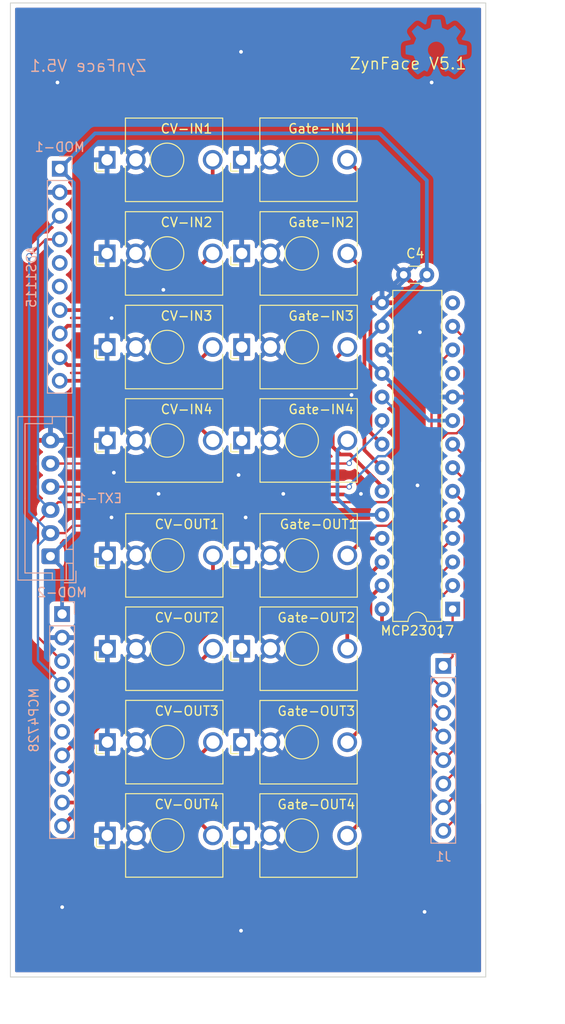
<source format=kicad_pcb>
(kicad_pcb (version 20211014) (generator pcbnew)
  (layers (0 "F.Cu" signal) (31 "B.Cu" signal) (34 "B.Paste" user) (35 "F.Paste" user) (36 "B.SilkS" user "B.Silkscreen") (37 "F.SilkS" user "F.Silkscreen") (38 "B.Mask" user) (39 "F.Mask" user) (44 "Edge.Cuts" user))
  (net 0 "")
  (net 1 "+5V")
  (net 2 "GND")
  (net 3 "CV-IN1")
  (net 4 "CV-IN2")
  (net 5 "CV-IN3")
  (net 6 "CV-IN4")
  (net 7 "CV-OUT1")
  (net 8 "CV-OUT2")
  (net 9 "CV-OUT3")
  (net 10 "CV-OUT4")
  (net 11 "SDA")
  (net 12 "SCL")
  (net 13 "INTB")
  (net 14 "INTA")
  (net 15 "Gate-IN1")
  (net 16 "Gate-IN2")
  (net 17 "Gate-IN3")
  (net 18 "Gate-IN4")
  (net 19 "Gate-OUT1")
  (net 20 "Gate-OUT2")
  (net 21 "Gate-OUT3")
  (net 22 "Gate-OUT4")
  (net 23 "GPB0")
  (net 24 "GPB1")
  (net 25 "GPB2")
  (net 26 "GPB3")
  (net 27 "GPB4")
  (net 28 "GPB5")
  (net 29 "GPB6")
  (net 30 "GPB7")
  (footprint "footprints:Jack_3.5mm_QingPu_WQP-PJ398SM_Vertical_CircularHoles" (layer "F.Cu") (at 139.498 54.558 90)
    (fp_text reference "Gate-IN1")
    (fp_text value "AudioJack2_SwitchT")
  )
  (footprint "footprints:Zynthian Logo Mask" (layer "F.Cu") (at 154.94 41.148)
    (fp_text reference "G***" hide)
    (fp_text value "LOGO" hide)
  )
  (footprint "footprints:Jack_3.5mm_QingPu_WQP-PJ398SM_Vertical_CircularHoles" (layer "F.Cu") (at 124.998 84.818 90)
    (fp_text reference "CV-IN4")
    (fp_text value "AudioJack2_SwitchT")
  )
  (footprint "footprints:Jack_3.5mm_QingPu_WQP-PJ398SM_Vertical_CircularHoles" (layer "F.Cu") (at 124.988 64.658 90)
    (fp_text reference "CV-IN2")
    (fp_text value "AudioJack2_SwitchT")
  )
  (footprint "Package_DIP:DIP-28_W7.62mm" (layer "F.Cu") (at 162.286 102.998 180)
    (fp_text reference "MCP23017")
    (fp_text value "MCP23017")
  )
  (footprint "footprints:Jack_3.5mm_QingPu_WQP-PJ398SM_Vertical_CircularHoles" (layer "F.Cu") (at 125.008 127.398 90)
    (fp_text reference "CV-OUT4")
    (fp_text value "AudioJack2_SwitchT")
  )
  (footprint "footprints:Jack_3.5mm_QingPu_WQP-PJ398SM_Vertical_CircularHoles" (layer "F.Cu") (at 139.518 64.658 90)
    (fp_text reference "Gate-IN2")
    (fp_text value "AudioJack2_SwitchT")
  )
  (footprint "footprints:Jack_3.5mm_QingPu_WQP-PJ398SM_Vertical_CircularHoles" (layer "F.Cu") (at 139.518 97.208 90)
    (fp_text reference "Gate-OUT1")
    (fp_text value "AudioJack2_SwitchT")
  )
  (footprint "Symbol:OSHW-Symbol_6.7x6mm_Copper" (layer "F.Cu") (at 119.634 42.418)
    (fp_text reference "REF**" hide)
    (fp_text value "OSHW-Symbol_6.7x6mm_Copper" hide)
  )
  (footprint "Capacitor_THT:C_Disc_D3.0mm_W1.6mm_P2.50mm" (layer "F.Cu") (at 159.502 66.956 180)
    (fp_text reference "C4")
    (fp_text value "100n")
  )
  (footprint "footprints:Jack_3.5mm_QingPu_WQP-PJ398SM_Vertical_CircularHoles" (layer "F.Cu") (at 139.518 107.268 90)
    (fp_text reference "Gate-OUT2")
    (fp_text value "AudioJack2_SwitchT")
  )
  (footprint "footprints:Jack_3.5mm_QingPu_WQP-PJ398SM_Vertical_CircularHoles" (layer "F.Cu") (at 125.018 117.338 90)
    (fp_text reference "CV-OUT3")
    (fp_text value "AudioJack2_SwitchT")
  )
  (footprint "footprints:Jack_3.5mm_QingPu_WQP-PJ398SM_Vertical_CircularHoles" (layer "F.Cu") (at 125.018 107.268 90)
    (fp_text reference "CV-OUT2")
    (fp_text value "AudioJack2_SwitchT")
  )
  (footprint "footprints:Jack_3.5mm_QingPu_WQP-PJ398SM_Vertical_CircularHoles" (layer "F.Cu") (at 124.988 54.568 90)
    (fp_text reference "CV-IN1")
    (fp_text value "AudioJack2_SwitchT")
  )
  (footprint "footprints:Jack_3.5mm_QingPu_WQP-PJ398SM_Vertical_CircularHoles" (layer "F.Cu") (at 139.518 74.748 90)
    (fp_text reference "Gate-IN3")
    (fp_text value "AudioJack2_SwitchT")
  )
  (footprint "footprints:Jack_3.5mm_QingPu_WQP-PJ398SM_Vertical_CircularHoles" (layer "F.Cu") (at 124.988 74.748 90)
    (fp_text reference "CV-IN3")
    (fp_text value "AudioJack2_SwitchT")
  )
  (footprint "footprints:Jack_3.5mm_QingPu_WQP-PJ398SM_Vertical_CircularHoles" (layer "F.Cu") (at 125.018 97.208 90)
    (fp_text reference "CV-OUT1")
    (fp_text value "AudioJack2_SwitchT")
  )
  (footprint "footprints:Jack_3.5mm_QingPu_WQP-PJ398SM_Vertical_CircularHoles" (layer "F.Cu") (at 139.508 117.348 90)
    (fp_text reference "Gate-OUT3")
    (fp_text value "AudioJack2_SwitchT")
  )
  (footprint "footprints:Jack_3.5mm_QingPu_WQP-PJ398SM_Vertical_CircularHoles" (layer "F.Cu") (at 139.498 127.408 90)
    (fp_text reference "Gate-OUT4")
    (fp_text value "AudioJack2_SwitchT")
  )
  (footprint "footprints:Jack_3.5mm_QingPu_WQP-PJ398SM_Vertical_CircularHoles" (layer "F.Cu") (at 139.518 84.818 90)
    (fp_text reference "Gate-IN4")
    (fp_text value "AudioJack2_SwitchT")
  )
  (footprint "Connector_JST:JST_XH_B6B-XH-A_1x06_P2.50mm_Vertical" (layer "B.Cu") (at 118.879 97.308 90)
    (fp_text reference "EXT-1")
    (fp_text value "Conn_01x06_Male")
  )
  (footprint "Connector_PinHeader_2.54mm:PinHeader_1x10_P2.54mm_Vertical" (layer "B.Cu") (at 119.878 55.526 180)
    (fp_text reference "MOD-1")
    (fp_text value "ADS1115")
  )
  (footprint "Connector_PinHeader_2.54mm:PinHeader_1x10_P2.54mm_Vertical" (layer "B.Cu") (at 120.132 103.532 180)
    (fp_text reference "MOD-2")
    (fp_text value "MCP4728")
  )
  (footprint "Symbol:OSHW-Symbol_6.7x6mm_Copper" (layer "B.Cu") (at 160.528 42.418 180)
    (fp_text reference "REF**" hide)
    (fp_text value "OSHW-Symbol_6.7x6mm_Copper" hide)
  )
  (footprint "Connector_PinHeader_2.54mm:PinHeader_1x08_P2.54mm_Vertical" (layer "B.Cu") (at 161.28 109.12 180)
    (fp_text reference "J1")
    (fp_text value "Conn_01x08")
  )
  (footprint "footprints:Zynthian Logo Mask" (layer "B.Cu") (at 125.476 41.148 180)
    (fp_text reference "G***" hide)
    (fp_text value "LOGO" hide)
  )
  (gr_line (start 114.554 142.658) (end 114.554 37.658) (layer "Edge.Cuts") (width 0.1))
  (gr_line (start 114.554 37.658) (end 165.862 37.658) (layer "Edge.Cuts") (width 0.1))
  (gr_line (start 114.554 142.658) (end 165.862 142.658) (layer "Edge.Cuts") (width 0.1))
  (gr_line (start 165.862 142.658) (end 165.862 37.658) (layer "Edge.Cuts") (width 0.1))
  (gr_text "ZynFace V5.1" (at 122.936 44.45) (layer "B.SilkS") (effects (font (size 1.25 1.25)) (justify mirror)))
  (gr_text "ZynFace V5.1" (at 157.48 44.196) (layer "F.SilkS") (effects (font (size 1.25 1.25))))
  (segment (start 159.502 56.796) (end 159.502 66.956) (width 0.4) (layer "B.Cu") (net 1))
  (segment (start 121.402 94.785) (end 121.402 57.05) (width 0.4) (layer "B.Cu") (net 1))
  (segment (start 153.152 76.084) (end 153.152 74.032) (width 0.4) (layer "B.Cu") (net 1))
  (segment (start 119.878 55.526) (end 123.688 51.716) (width 0.4) (layer "B.Cu") (net 1))
  (segment (start 121.402 57.05) (end 119.878 55.526) (width 0.4) (layer "B.Cu") (net 1))
  (segment (start 118.879 97.308) (end 121.402 94.785) (width 0.4) (layer "B.Cu") (net 1))
  (segment (start 154.666 77.598) (end 153.152 76.084) (width 0.4) (layer "B.Cu") (net 1))
  (segment (start 123.688 51.716) (end 154.422 51.716) (width 0.4) (layer "B.Cu") (net 1))
  (segment (start 162.286 82.678) (end 159.746 82.678) (width 0.4) (layer "B.Cu") (net 1))
  (segment (start 154.422 51.716) (end 159.502 56.796) (width 0.4) (layer "B.Cu") (net 1))
  (segment (start 154.666 71.792) (end 154.666 72.518) (width 0.4) (layer "B.Cu") (net 1))
  (segment (start 118.879 97.308) (end 120.132 98.561) (width 0.4) (layer "B.Cu") (net 1))
  (segment (start 153.152 74.032) (end 154.666 72.518) (width 0.4) (layer "B.Cu") (net 1))
  (segment (start 159.746 82.678) (end 154.666 77.598) (width 0.4) (layer "B.Cu") (net 1))
  (segment (start 159.502 66.956) (end 154.666 71.792) (width 0.4) (layer "B.Cu") (net 1))
  (segment (start 120.132 98.561) (end 120.132 103.532) (width 0.4) (layer "B.Cu") (net 1))
  (via (at 158.496 89.662) (size 0.6) (drill 0.4) (layers "F.Cu" "B.Cu") (net 2))
  (via (at 158.75 73.152) (size 0.6) (drill 0.4) (layers "F.Cu" "B.Cu") (net 2))
  (via (at 125.466 93.118) (size 0.6) (drill 0.4) (layers "F.Cu" "B.Cu") (net 2))
  (via (at 130.546 90.578) (size 0.6) (drill 0.4) (layers "F.Cu" "B.Cu") (net 2))
  (via (at 139.446 137.668) (size 0.6) (drill 0.4) (layers "F.Cu" "B.Cu") (net 2))
  (via (at 119.634 46.228) (size 0.6) (drill 0.4) (layers "F.Cu" "B.Cu") (net 2))
  (via (at 159.258 135.636) (size 0.6) (drill 0.4) (layers "F.Cu" "B.Cu") (net 2))
  (via (at 160.02 46.228) (size 0.6) (drill 0.4) (layers "F.Cu" "B.Cu") (net 2))
  (via (at 131.064 68.58) (size 0.6) (drill 0.4) (layers "F.Cu" "B.Cu") (net 2))
  (via (at 152.39 90.578) (size 0.6) (drill 0.4) (layers "F.Cu" "B.Cu") (net 2))
  (via (at 120.142 135.128) (size 0.6) (drill 0.4) (layers "F.Cu" "B.Cu") (net 2))
  (via (at 139.182 88.546) (size 0.6) (drill 0.4) (layers "F.Cu" "B.Cu") (net 2))
  (via (at 139.446 42.926) (size 0.6) (drill 0.4) (layers "F.Cu" "B.Cu") (net 2))
  (via (at 144.008 90.578) (size 0.6) (drill 0.4) (layers "F.Cu" "B.Cu") (net 2))
  (via (at 151.374 79.91) (size 0.6) (drill 0.4) (layers "F.Cu" "B.Cu") (net 2))
  (via (at 161.036 105.918) (size 0.6) (drill 0.4) (layers "F.Cu" "B.Cu") (net 2))
  (via (at 125.476 71.628) (size 0.6) (drill 0.4) (layers "F.Cu" "B.Cu") (net 2))
  (via (at 139.944 93.118) (size 0.6) (drill 0.4) (layers "F.Cu" "B.Cu") (net 2))
  (via (at 125.72 88.292) (size 0.6) (drill 0.4) (layers "F.Cu" "B.Cu") (net 2))
  (segment (start 157.002 67.642) (end 154.666 69.978) (width 0.4) (layer "B.Cu") (net 2))
  (segment (start 159.746 80.138) (end 154.666 75.058) (width 0.4) (layer "B.Cu") (net 2))
  (segment (start 162.286 80.138) (end 159.746 80.138) (width 0.4) (layer "B.Cu") (net 2))
  (segment (start 157.002 66.956) (end 157.002 67.642) (width 0.4) (layer "B.Cu") (net 2))
  (segment (start 127.771319 70.766) (end 136.388 62.149319) (width 0.4) (layer "F.Cu") (net 3))
  (segment (start 136.388 62.149319) (end 136.388 54.568) (width 0.4) (layer "F.Cu") (net 3))
  (segment (start 119.878 70.766) (end 127.771319 70.766) (width 0.4) (layer "F.Cu") (net 3))
  (segment (start 120.728 72.456) (end 128.59 72.456) (width 0.4) (layer "F.Cu") (net 4))
  (segment (start 128.59 72.456) (end 136.388 64.658) (width 0.4) (layer "F.Cu") (net 4))
  (segment (start 119.878 73.306) (end 120.728 72.456) (width 0.4) (layer "F.Cu") (net 4))
  (segment (start 120.728 76.696) (end 134.44 76.696) (width 0.4) (layer "F.Cu") (net 5))
  (segment (start 119.878 75.846) (end 120.728 76.696) (width 0.4) (layer "F.Cu") (net 5))
  (segment (start 134.44 76.696) (end 136.388 74.748) (width 0.4) (layer "F.Cu") (net 5))
  (segment (start 129.966 78.386) (end 136.398 84.818) (width 0.4) (layer "F.Cu") (net 6))
  (segment (start 119.878 78.386) (end 129.966 78.386) (width 0.4) (layer "F.Cu") (net 6))
  (segment (start 132.471308 108.972692) (end 136.418 105.026) (width 0.4) (layer "F.Cu") (net 7))
  (segment (start 120.132 118.772) (end 129.931308 108.972692) (width 0.4) (layer "F.Cu") (net 7))
  (segment (start 136.418 105.026) (end 136.418 97.208) (width 0.4) (layer "F.Cu") (net 7))
  (segment (start 129.931308 108.972692) (end 132.471308 108.972692) (width 0.4) (layer "F.Cu") (net 7))
  (segment (start 134.058 109.628) (end 136.418 107.268) (width 0.4) (layer "F.Cu") (net 8))
  (segment (start 130.195238 109.628) (end 134.058 109.628) (width 0.4) (layer "F.Cu") (net 8))
  (segment (start 120.132 121.312) (end 123.434 118.01) (width 0.4) (layer "F.Cu") (net 8))
  (segment (start 123.434 118.01) (end 123.434 116.389238) (width 0.4) (layer "F.Cu") (net 8))
  (segment (start 123.434 116.389238) (end 130.195238 109.628) (width 0.4) (layer "F.Cu") (net 8))
  (segment (start 120.132 123.852) (end 129.904 123.852) (width 0.4) (layer "F.Cu") (net 9))
  (segment (start 129.904 123.852) (end 136.418 117.338) (width 0.4) (layer "F.Cu") (net 9))
  (segment (start 122.022 124.502) (end 133.512 124.502) (width 0.4) (layer "F.Cu") (net 10))
  (segment (start 133.512 124.502) (end 136.408 127.398) (width 0.4) (layer "F.Cu") (net 10))
  (segment (start 120.132 126.392) (end 122.022 124.502) (width 0.4) (layer "F.Cu") (net 10))
  (segment (start 120.474 94.808) (end 118.879 94.808) (width 0.25) (layer "F.Cu") (net 11))
  (segment (start 162.735 84.043) (end 161.719 84.043) (width 0.25) (layer "F.Cu") (net 11))
  (segment (start 163.566 83.212) (end 162.735 84.043) (width 0.25) (layer "F.Cu") (net 11))
  (segment (start 118.354 63.146) (end 119.878 63.146) (width 0.25) (layer "F.Cu") (net 11))
  (segment (start 121.269 94.013) (end 120.474 94.808) (width 0.25) (layer "F.Cu") (net 11))
  (segment (start 155.305 94.013) (end 121.269 94.013) (width 0.25) (layer "F.Cu") (net 11))
  (segment (start 161.719 84.043) (end 160.51 85.252) (width 0.25) (layer "F.Cu") (net 11))
  (segment (start 116.576 64.924) (end 118.354 63.146) (width 0.25) (layer "F.Cu") (net 11))
  (segment (start 163.566 73.798) (end 163.566 83.212) (width 0.25) (layer "F.Cu") (net 11))
  (segment (start 162.286 72.518) (end 163.566 73.798) (width 0.25) (layer "F.Cu") (net 11))
  (segment (start 160.51 85.252) (end 160.51 88.808) (width 0.25) (layer "F.Cu") (net 11))
  (segment (start 160.51 88.808) (end 155.305 94.013) (width 0.25) (layer "F.Cu") (net 11))
  (via (at 116.576 64.924) (size 0.6) (drill 0.4) (layers "F.Cu" "B.Cu") (net 11))
  (segment (start 117.529 96.158) (end 117.529 108.549) (width 0.25) (layer "B.Cu") (net 11))
  (segment (start 118.879 94.808) (end 116.576 92.505) (width 0.25) (layer "B.Cu") (net 11))
  (segment (start 118.879 94.808) (end 117.529 96.158) (width 0.25) (layer "B.Cu") (net 11))
  (segment (start 116.576 92.505) (end 116.576 64.924) (width 0.25) (layer "B.Cu") (net 11))
  (segment (start 117.529 108.549) (end 120.132 111.152) (width 0.25) (layer "B.Cu") (net 11))
  (segment (start 118.879 92.308) (end 117.529 93.658) (width 0.25) (layer "F.Cu") (net 12))
  (segment (start 119.714 91.473) (end 155.305 91.473) (width 0.25) (layer "F.Cu") (net 12))
  (segment (start 155.305 91.473) (end 160.01 86.768) (width 0.25) (layer "F.Cu") (net 12))
  (segment (start 118.879 92.308) (end 119.714 91.473) (width 0.25) (layer "F.Cu") (net 12))
  (segment (start 117.529 93.658) (end 117.529 106.009) (width 0.25) (layer "F.Cu") (net 12))
  (segment (start 160.01 77.334) (end 162.286 75.058) (width 0.25) (layer "F.Cu") (net 12))
  (segment (start 117.529 106.009) (end 120.132 108.612) (width 0.25) (layer "F.Cu") (net 12))
  (segment (start 160.01 86.768) (end 160.01 77.334) (width 0.25) (layer "F.Cu") (net 12))
  (segment (start 118.879 92.308) (end 117.529 90.958) (width 0.25) (layer "B.Cu") (net 12))
  (segment (start 117.529 90.958) (end 117.529 62.955) (width 0.25) (layer "B.Cu") (net 12))
  (segment (start 117.529 62.955) (end 119.878 60.606) (width 0.25) (layer "B.Cu") (net 12))
  (segment (start 118.879 89.808) (end 150.954299 89.808) (width 0.25) (layer "F.Cu") (net 13))
  (segment (start 150.954299 89.808) (end 151.112 89.808) (width 0.25) (layer "F.Cu") (net 13))
  (segment (start 151.112 89.808) (end 151.12 89.816) (width 0.25) (layer "F.Cu") (net 13))
  (via (at 151.12 89.816) (size 0.6) (drill 0.4) (layers "F.Cu" "B.Cu") (net 13))
  (segment (start 154.248299 86.514) (end 155.031701 86.514) (width 0.25) (layer "B.Cu") (net 13))
  (segment (start 155.946 81.418) (end 154.666 80.138) (width 0.25) (layer "B.Cu") (net 13))
  (segment (start 155.946 85.599701) (end 155.946 81.418) (width 0.25) (layer "B.Cu") (net 13))
  (segment (start 151.12 89.642299) (end 154.248299 86.514) (width 0.25) (layer "B.Cu") (net 13))
  (segment (start 155.031701 86.514) (end 155.946 85.599701) (width 0.25) (layer "B.Cu") (net 13))
  (segment (start 151.12 89.816) (end 151.12 89.642299) (width 0.25) (layer "B.Cu") (net 13))
  (segment (start 151.088 87.308) (end 151.12 87.276) (width 0.25) (layer "F.Cu") (net 14))
  (segment (start 118.879 87.308) (end 150.464468 87.308) (width 0.25) (layer "F.Cu") (net 14))
  (segment (start 150.464468 87.308) (end 151.088 87.308) (width 0.25) (layer "F.Cu") (net 14))
  (via (at 151.12 87.276) (size 0.6) (drill 0.4) (layers "F.Cu" "B.Cu") (net 14))
  (segment (start 151.12 87.276) (end 151.12 87.102299) (width 0.25) (layer "B.Cu") (net 14))
  (segment (start 151.12 87.102299) (end 154.666 83.556299) (width 0.25) (layer "B.Cu") (net 14))
  (segment (start 154.666 83.556299) (end 154.666 82.678) (width 0.25) (layer "B.Cu") (net 14))
  (segment (start 154.666 85.218) (end 153.416 83.968) (width 0.4) (layer "F.Cu") (net 15))
  (segment (start 153.416 83.968) (end 153.416 57.076) (width 0.4) (layer "F.Cu") (net 15))
  (segment (start 153.416 57.076) (end 150.898 54.558) (width 0.4) (layer "F.Cu") (net 15))
  (segment (start 152.766 66.506) (end 150.918 64.658) (width 0.4) (layer "F.Cu") (net 16))
  (segment (start 154.666 87.758) (end 152.766 85.858) (width 0.4) (layer "F.Cu") (net 16))
  (segment (start 152.766 85.858) (end 152.766 66.506) (width 0.4) (layer "F.Cu") (net 16))
  (segment (start 150.177 86.333) (end 149.342 85.498) (width 0.4) (layer "F.Cu") (net 17))
  (segment (start 154.666 89.761339) (end 151.237661 86.333) (width 0.4) (layer "F.Cu") (net 17))
  (segment (start 149.342 85.498) (end 149.342 76.324) (width 0.4) (layer "F.Cu") (net 17))
  (segment (start 151.237661 86.333) (end 150.177 86.333) (width 0.4) (layer "F.Cu") (net 17))
  (segment (start 149.342 76.324) (end 150.918 74.748) (width 0.4) (layer "F.Cu") (net 17))
  (segment (start 154.666 90.298) (end 154.666 89.761339) (width 0.4) (layer "F.Cu") (net 17))
  (segment (start 154.666 92.838) (end 151.602 92.838) (width 0.4) (layer "B.Cu") (net 18))
  (segment (start 149.85 85.886) (end 150.918 84.818) (width 0.4) (layer "B.Cu") (net 18))
  (segment (start 149.85 91.086) (end 149.85 85.886) (width 0.4) (layer "B.Cu") (net 18))
  (segment (start 151.602 92.838) (end 149.85 91.086) (width 0.4) (layer "B.Cu") (net 18))
  (segment (start 154.666 95.378) (end 152.748 95.378) (width 0.4) (layer "F.Cu") (net 19))
  (segment (start 152.748 95.378) (end 150.918 97.208) (width 0.4) (layer "F.Cu") (net 19))
  (segment (start 150.918 101.666) (end 150.918 107.268) (width 0.4) (layer "F.Cu") (net 20))
  (segment (start 154.666 97.918) (end 150.918 101.666) (width 0.4) (layer "F.Cu") (net 20))
  (segment (start 153.416 114.84) (end 150.908 117.348) (width 0.4) (layer "F.Cu") (net 21))
  (segment (start 154.666 100.458) (end 153.416 101.708) (width 0.4) (layer "F.Cu") (net 21))
  (segment (start 153.416 101.708) (end 153.416 114.84) (width 0.4) (layer "F.Cu") (net 21))
  (segment (start 154.666 123.64) (end 150.898 127.408) (width 0.4) (layer "F.Cu") (net 22))
  (segment (start 154.666 102.998) (end 154.666 123.64) (width 0.4) (layer "F.Cu") (net 22))
  (segment (start 162.286 108.114) (end 161.28 109.12) (width 0.25) (layer "F.Cu") (net 23))
  (segment (start 162.286 102.998) (end 162.286 108.114) (width 0.25) (layer "F.Cu") (net 23))
  (segment (start 162.286 100.458) (end 159.502 103.242) (width 0.25) (layer "F.Cu") (net 24))
  (segment (start 159.502 109.882) (end 161.28 111.66) (width 0.25) (layer "F.Cu") (net 24))
  (segment (start 159.502 103.242) (end 159.502 109.882) (width 0.25) (layer "F.Cu") (net 24))
  (segment (start 162.286 97.918) (end 158.994 101.21) (width 0.25) (layer "F.Cu") (net 25))
  (segment (start 158.994 101.21) (end 158.994 111.914) (width 0.25) (layer "F.Cu") (net 25))
  (segment (start 158.994 111.914) (end 161.28 114.2) (width 0.25) (layer "F.Cu") (net 25))
  (segment (start 162.286 95.378) (end 158.486 99.178) (width 0.25) (layer "F.Cu") (net 26))
  (segment (start 158.486 99.178) (end 158.486 113.946) (width 0.25) (layer "F.Cu") (net 26))
  (segment (start 158.486 113.946) (end 161.28 116.74) (width 0.25) (layer "F.Cu") (net 26))
  (segment (start 157.986 97.138) (end 157.986 115.986) (width 0.25) (layer "F.Cu") (net 27))
  (segment (start 162.286 92.838) (end 163.59 94.142) (width 0.25) (layer "F.Cu") (net 27))
  (segment (start 162.286 92.838) (end 157.986 97.138) (width 0.25) (layer "F.Cu") (net 27))
  (segment (start 163.59 94.142) (end 163.59 116.97) (width 0.25) (layer "F.Cu") (net 27))
  (segment (start 157.986 115.986) (end 161.28 119.28) (width 0.25) (layer "F.Cu") (net 27))
  (segment (start 163.59 116.97) (end 161.28 119.28) (width 0.25) (layer "F.Cu") (net 27))
  (segment (start 164.09 92.102) (end 164.09 119.01) (width 0.25) (layer "F.Cu") (net 28))
  (segment (start 164.09 119.01) (end 161.28 121.82) (width 0.25) (layer "F.Cu") (net 28))
  (segment (start 162.286 90.298) (end 164.09 92.102) (width 0.25) (layer "F.Cu") (net 28))
  (segment (start 164.59 121.05) (end 161.28 124.36) (width 0.25) (layer "F.Cu") (net 29))
  (segment (start 164.59 90.062) (end 164.59 121.05) (width 0.25) (layer "F.Cu") (net 29))
  (segment (start 162.286 87.758) (end 164.59 90.062) (width 0.25) (layer "F.Cu") (net 29))
  (segment (start 165.09 88.022) (end 165.09 123.09) (width 0.25) (layer "F.Cu") (net 30))
  (segment (start 165.09 123.09) (end 161.28 126.9) (width 0.25) (layer "F.Cu") (net 30))
  (segment (start 162.286 85.218) (end 165.09 88.022) (width 0.25) (layer "F.Cu") (net 30))
  (zone (net 2) (net_name "GND") (layers F&B.Cu) (connect_pads (clearance 0.508)) (min_thickness 0.254) (fill yes (thermal_gap 0.508) (thermal_bridge_width 0.508))
    (polygon (pts (xy 166.37 143.002) (xy 113.792 143.002) (xy 114.3 37.338) (xy 166.116 37.338)))
  )
)
</source>
